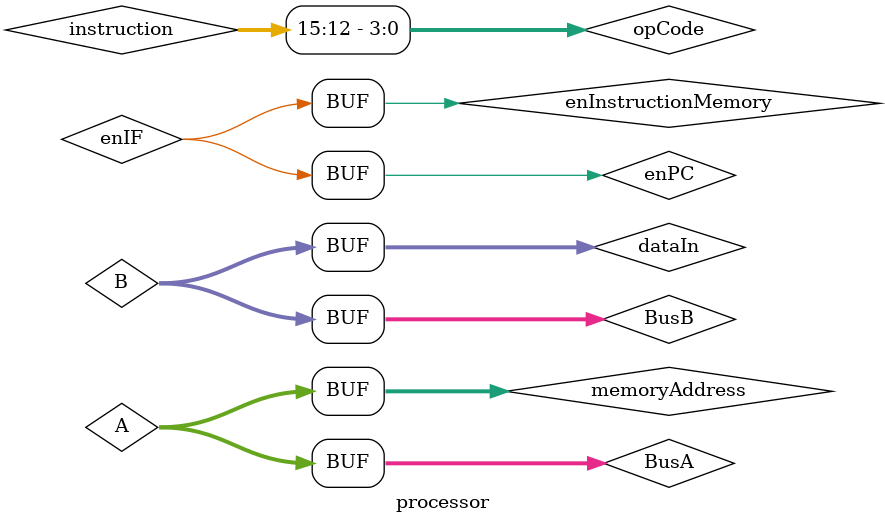
<source format=v>
module processor();	
	wire clk; 
	//Control unit outputs
	wire enIF, enID, enEX, enMEM, enWB; // Stage enables
	wire RegSource, MemRead, MemWrite, RegWrite;  // Control signals
    wire [2:0] ALUOp;  // ALU operation
	
	//Enables
	wire enPC, enInstructionMemory, enRegFile, enALU, enDataMemory;
	
	//Fetch
	wire [15:0] pc;
	
	//Decode
	wire [15:0] instruction;
	// instruction format
	wire [3:0] opCode;
	wire [3:0] Rd, Rs1, Rs2; 
	
	//register file
	wire [3:0] RA, RB, RW; //register file inputs
	wire [15:0] BusA, BusB; //read buses
	wire [15:0] BusW; //write bus
	
	//Excecute
	wire [15:0] A, B; //ALU inputs 
	wire Z, N; //Flags
	wire [15:0] result; //ALU result
	
	//Memory
	wire [15:0] dataIn, memoryAddress; //Memory Address
	wire [15:0] dataOut; //Memory result
	
	//Assignments
	//Fetch Stage
	assign enPC = enIF;
	assign enInstructionMemory = enIF;
	
	//Decode Stage
	//Split the instruction
	assign opCode = instruction[15:12];
	assign Rd = instruction[11:8];
	assign Rs1 = instruction[7:4];
	assign Rs2 = instruction[4:0];
	
	//Regestir File Functionallity
	assign RA = Rs1;
	assign RB = (RegSource == 0) ? Rs2 : Rd;
	//assign RW=Rd;
	assign enRegFile = (enID || enWB);
	
	//Excecution Stage
	assign enALU = enEX;
	assign A = BusA;
	assign B = BusB;
	
	//Memory
	assign enDataMemory = enMEM; 
	assign memoryAddress = BusA;
	assign dataIn = BusB;
	
	clkGenerator clkGeneratorModule(clk);
	controlUnit controlUnitModule(clk, opCode, enIF, enID, enEX, enMEM, enWB, RegSource, MemRead, MemWrite, RegWrite, ALUOp);
	PC PCModule(clk,pc,enPC);
	instructionMemory instructionMemoryModule(clk, pc, instruction, enInstructionMemory);
	registerFile registerFileModule(clk, RA, RB, RW, RegWrite, BusA, BusB, BusW, enRegFile);
	ALU ALUModule(A, B, ALUOp, Z, N, result, enALU);
	dataMemory dataMemoryModule(clk, memoryAddress, dataIn, MemRead, MemWrite, dataOut, enDataMemory);
	assign BusW = (RegWrite==0) ? result : dataOut;
	
endmodule
</source>
